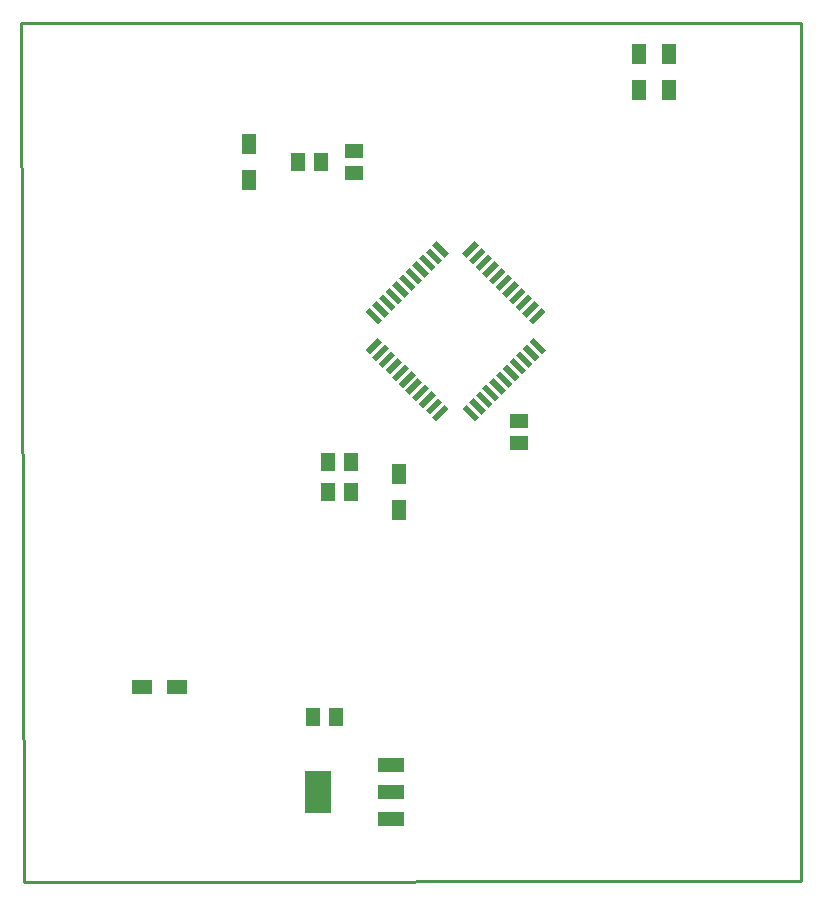
<source format=gbp>
G75*
%MOIN*%
%OFA0B0*%
%FSLAX25Y25*%
%IPPOS*%
%LPD*%
%AMOC8*
5,1,8,0,0,1.08239X$1,22.5*
%
%ADD10C,0.00000*%
%ADD11C,0.01000*%
%ADD12R,0.05906X0.01969*%
%ADD13R,0.01969X0.05906*%
%ADD14R,0.04724X0.07087*%
%ADD15R,0.07087X0.04724*%
%ADD16R,0.08799X0.04799*%
%ADD17R,0.08661X0.14173*%
%ADD18R,0.05906X0.05118*%
%ADD19R,0.05118X0.05906*%
D10*
X0247600Y0001984D02*
X0261600Y0002284D01*
D11*
X0002600Y0001984D02*
X0001500Y0288384D01*
X0261500Y0288384D01*
X0261600Y0002284D01*
X0002600Y0001984D01*
D12*
G36*
X0152739Y0155555D02*
X0148564Y0159730D01*
X0149955Y0161121D01*
X0154130Y0156946D01*
X0152739Y0155555D01*
G37*
G36*
X0154966Y0157782D02*
X0150791Y0161957D01*
X0152182Y0163348D01*
X0156357Y0159173D01*
X0154966Y0157782D01*
G37*
G36*
X0157193Y0160009D02*
X0153018Y0164184D01*
X0154409Y0165575D01*
X0158584Y0161400D01*
X0157193Y0160009D01*
G37*
G36*
X0159420Y0162236D02*
X0155245Y0166411D01*
X0156636Y0167802D01*
X0160811Y0163627D01*
X0159420Y0162236D01*
G37*
G36*
X0161647Y0164463D02*
X0157472Y0168638D01*
X0158863Y0170029D01*
X0163038Y0165854D01*
X0161647Y0164463D01*
G37*
G36*
X0163874Y0166690D02*
X0159699Y0170865D01*
X0161090Y0172256D01*
X0165265Y0168081D01*
X0163874Y0166690D01*
G37*
G36*
X0166101Y0168917D02*
X0161926Y0173092D01*
X0163317Y0174483D01*
X0167492Y0170308D01*
X0166101Y0168917D01*
G37*
G36*
X0168328Y0171144D02*
X0164153Y0175319D01*
X0165544Y0176710D01*
X0169719Y0172535D01*
X0168328Y0171144D01*
G37*
G36*
X0170555Y0173372D02*
X0166380Y0177547D01*
X0167771Y0178938D01*
X0171946Y0174763D01*
X0170555Y0173372D01*
G37*
G36*
X0172783Y0175599D02*
X0168608Y0179774D01*
X0169999Y0181165D01*
X0174174Y0176990D01*
X0172783Y0175599D01*
G37*
G36*
X0175010Y0177826D02*
X0170835Y0182001D01*
X0172226Y0183392D01*
X0176401Y0179217D01*
X0175010Y0177826D01*
G37*
G36*
X0142717Y0210119D02*
X0138542Y0214294D01*
X0139933Y0215685D01*
X0144108Y0211510D01*
X0142717Y0210119D01*
G37*
G36*
X0140489Y0207892D02*
X0136314Y0212067D01*
X0137705Y0213458D01*
X0141880Y0209283D01*
X0140489Y0207892D01*
G37*
G36*
X0138262Y0205665D02*
X0134087Y0209840D01*
X0135478Y0211231D01*
X0139653Y0207056D01*
X0138262Y0205665D01*
G37*
G36*
X0136035Y0203438D02*
X0131860Y0207613D01*
X0133251Y0209004D01*
X0137426Y0204829D01*
X0136035Y0203438D01*
G37*
G36*
X0133808Y0201210D02*
X0129633Y0205385D01*
X0131024Y0206776D01*
X0135199Y0202601D01*
X0133808Y0201210D01*
G37*
G36*
X0131581Y0198983D02*
X0127406Y0203158D01*
X0128797Y0204549D01*
X0132972Y0200374D01*
X0131581Y0198983D01*
G37*
G36*
X0129354Y0196756D02*
X0125179Y0200931D01*
X0126570Y0202322D01*
X0130745Y0198147D01*
X0129354Y0196756D01*
G37*
G36*
X0127127Y0194529D02*
X0122952Y0198704D01*
X0124343Y0200095D01*
X0128518Y0195920D01*
X0127127Y0194529D01*
G37*
G36*
X0124900Y0192302D02*
X0120725Y0196477D01*
X0122116Y0197868D01*
X0126291Y0193693D01*
X0124900Y0192302D01*
G37*
G36*
X0122673Y0190075D02*
X0118498Y0194250D01*
X0119889Y0195641D01*
X0124064Y0191466D01*
X0122673Y0190075D01*
G37*
G36*
X0120445Y0187848D02*
X0116270Y0192023D01*
X0117661Y0193414D01*
X0121836Y0189239D01*
X0120445Y0187848D01*
G37*
D13*
G36*
X0117661Y0177826D02*
X0116270Y0179217D01*
X0120445Y0183392D01*
X0121836Y0182001D01*
X0117661Y0177826D01*
G37*
G36*
X0119889Y0175599D02*
X0118498Y0176990D01*
X0122673Y0181165D01*
X0124064Y0179774D01*
X0119889Y0175599D01*
G37*
G36*
X0122116Y0173372D02*
X0120725Y0174763D01*
X0124900Y0178938D01*
X0126291Y0177547D01*
X0122116Y0173372D01*
G37*
G36*
X0124343Y0171144D02*
X0122952Y0172535D01*
X0127127Y0176710D01*
X0128518Y0175319D01*
X0124343Y0171144D01*
G37*
G36*
X0126570Y0168917D02*
X0125179Y0170308D01*
X0129354Y0174483D01*
X0130745Y0173092D01*
X0126570Y0168917D01*
G37*
G36*
X0128797Y0166690D02*
X0127406Y0168081D01*
X0131581Y0172256D01*
X0132972Y0170865D01*
X0128797Y0166690D01*
G37*
G36*
X0131024Y0164463D02*
X0129633Y0165854D01*
X0133808Y0170029D01*
X0135199Y0168638D01*
X0131024Y0164463D01*
G37*
G36*
X0133251Y0162236D02*
X0131860Y0163627D01*
X0136035Y0167802D01*
X0137426Y0166411D01*
X0133251Y0162236D01*
G37*
G36*
X0135478Y0160009D02*
X0134087Y0161400D01*
X0138262Y0165575D01*
X0139653Y0164184D01*
X0135478Y0160009D01*
G37*
G36*
X0137705Y0157782D02*
X0136314Y0159173D01*
X0140489Y0163348D01*
X0141880Y0161957D01*
X0137705Y0157782D01*
G37*
G36*
X0139933Y0155555D02*
X0138542Y0156946D01*
X0142717Y0161121D01*
X0144108Y0159730D01*
X0139933Y0155555D01*
G37*
G36*
X0172226Y0187848D02*
X0170835Y0189239D01*
X0175010Y0193414D01*
X0176401Y0192023D01*
X0172226Y0187848D01*
G37*
G36*
X0169999Y0190075D02*
X0168608Y0191466D01*
X0172783Y0195641D01*
X0174174Y0194250D01*
X0169999Y0190075D01*
G37*
G36*
X0167771Y0192302D02*
X0166380Y0193693D01*
X0170555Y0197868D01*
X0171946Y0196477D01*
X0167771Y0192302D01*
G37*
G36*
X0165544Y0194529D02*
X0164153Y0195920D01*
X0168328Y0200095D01*
X0169719Y0198704D01*
X0165544Y0194529D01*
G37*
G36*
X0163317Y0196756D02*
X0161926Y0198147D01*
X0166101Y0202322D01*
X0167492Y0200931D01*
X0163317Y0196756D01*
G37*
G36*
X0161090Y0198983D02*
X0159699Y0200374D01*
X0163874Y0204549D01*
X0165265Y0203158D01*
X0161090Y0198983D01*
G37*
G36*
X0158863Y0201210D02*
X0157472Y0202601D01*
X0161647Y0206776D01*
X0163038Y0205385D01*
X0158863Y0201210D01*
G37*
G36*
X0156636Y0203438D02*
X0155245Y0204829D01*
X0159420Y0209004D01*
X0160811Y0207613D01*
X0156636Y0203438D01*
G37*
G36*
X0154409Y0205665D02*
X0153018Y0207056D01*
X0157193Y0211231D01*
X0158584Y0209840D01*
X0154409Y0205665D01*
G37*
G36*
X0152182Y0207892D02*
X0150791Y0209283D01*
X0154966Y0213458D01*
X0156357Y0212067D01*
X0152182Y0207892D01*
G37*
G36*
X0149955Y0210119D02*
X0148564Y0211510D01*
X0152739Y0215685D01*
X0154130Y0214294D01*
X0149955Y0210119D01*
G37*
D14*
X0207600Y0266083D03*
X0217600Y0266083D03*
X0217600Y0277886D03*
X0207600Y0277886D03*
X0127600Y0137886D03*
X0127600Y0126083D03*
X0077600Y0236083D03*
X0077600Y0247886D03*
D15*
X0053502Y0066984D03*
X0041698Y0066984D03*
D16*
X0124801Y0041083D03*
X0124801Y0031984D03*
X0124801Y0022886D03*
D17*
X0100399Y0031984D03*
D18*
X0167600Y0148244D03*
X0167600Y0155724D03*
X0112600Y0238244D03*
X0112600Y0245724D03*
D19*
X0101340Y0241984D03*
X0093860Y0241984D03*
X0103860Y0141984D03*
X0111340Y0141984D03*
X0111340Y0131984D03*
X0103860Y0131984D03*
X0106340Y0056984D03*
X0098860Y0056984D03*
M02*

</source>
